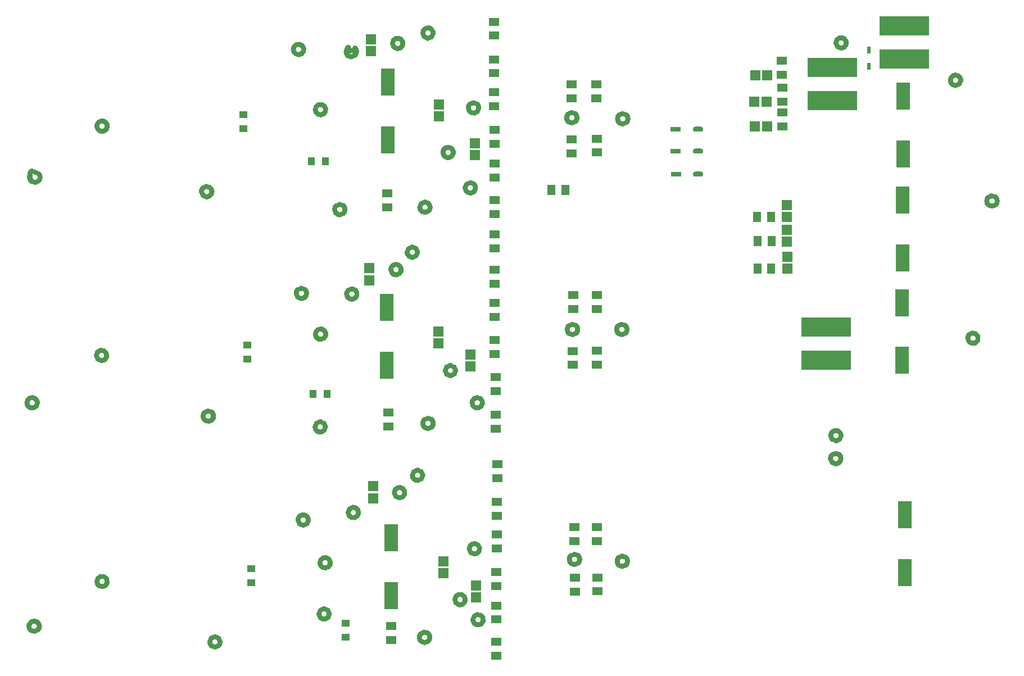
<source format=gbr>
%TF.GenerationSoftware,Altium Limited,Altium Designer,21.6.4 (81)*%
G04 Layer_Color=128*
%FSLAX43Y43*%
%MOMM*%
%TF.SameCoordinates,EC4FC630-8089-4DC4-91AF-8D111CED9019*%
%TF.FilePolarity,Positive*%
%TF.FileFunction,Paste,Bot*%
%TF.Part,Single*%
G01*
G75*
%TA.AperFunction,Conductor*%
%ADD10C,0.762*%
%ADD11C,0.762*%
%TA.AperFunction,SMDPad,CuDef*%
G04:AMPARAMS|DCode=15|XSize=1.607mm|YSize=0.762mm|CornerRadius=0.381mm|HoleSize=0mm|Usage=FLASHONLY|Rotation=0.000|XOffset=0mm|YOffset=0mm|HoleType=Round|Shape=RoundedRectangle|*
%AMROUNDEDRECTD15*
21,1,1.607,0.000,0,0,0.0*
21,1,0.845,0.762,0,0,0.0*
1,1,0.762,0.422,0.000*
1,1,0.762,-0.422,0.000*
1,1,0.762,-0.422,0.000*
1,1,0.762,0.422,0.000*
%
%ADD15ROUNDEDRECTD15*%
%ADD16R,1.607X0.762*%
%ADD17R,1.207X1.508*%
%ADD18R,1.505X1.556*%
%ADD19R,1.508X1.207*%
%ADD20R,1.556X1.505*%
%ADD59R,2.000X4.100*%
%ADD60R,7.500X3.000*%
%ADD61R,0.500X1.000*%
%ADD62R,1.200X1.100*%
%ADD63R,1.100X1.200*%
D10*
X238149Y110542D02*
G03*
X238076Y110211I712J-331D01*
G01*
X238306Y110766D02*
G03*
X238149Y110542I555J-555D01*
G01*
X238076Y110211D02*
G03*
X238306Y110766I786J0D01*
G01*
X179221Y143434D02*
G03*
X179221Y143434I-786J0D01*
G01*
X151691Y86944D02*
G03*
X152476Y86159I786J0D01*
G01*
D02*
G03*
X151691Y86944I0J786D01*
G01*
X157324Y155629D02*
G03*
X157554Y156185I-555J555D01*
G01*
D02*
G03*
X157549Y156273I-786J0D01*
G01*
X156743Y155399D02*
G03*
X156756Y155399I25J785D01*
G01*
X156769Y155399D02*
G03*
X157324Y155629I0J786D01*
G01*
X157549Y156273D02*
G03*
X157294Y156769I-780J-89D01*
G01*
D02*
G03*
X156915Y156956I-525J-584D01*
G01*
X156756Y155399D02*
G03*
X156769Y155399I13J785D01*
G01*
X156667Y155406D02*
G03*
X156743Y155399I102J779D01*
G01*
X155983Y156185D02*
G03*
X156667Y155406I786J0D01*
G01*
X156915Y156956D02*
G03*
X155983Y156185I-146J-772D01*
G01*
X151157Y120548D02*
G03*
X151374Y120007I786J0D01*
G01*
X151994Y119765D02*
G03*
X151157Y120548I-51J784D01*
G01*
X151374Y120007D02*
G03*
X151994Y119765I569J542D01*
G01*
X153621Y123165D02*
G03*
X153656Y122931I786J0D01*
G01*
X154407Y122379D02*
G03*
X155192Y123165I0J786D01*
G01*
D02*
G03*
X154407Y123950I-786J0D01*
G01*
D02*
G03*
X153621Y123165I0J-786D01*
G01*
X153656Y122931D02*
G03*
X154407Y122379I750J233D01*
G01*
X97536Y67606D02*
G03*
X96674Y67025I-102J-779D01*
G01*
D02*
G03*
X96649Y66840I760J-197D01*
G01*
Y66840D02*
G03*
X96649Y66827I785J-13D01*
G01*
X98216Y66907D02*
G03*
X97536Y67606I-781J-80D01*
G01*
X98220Y66827D02*
G03*
X98216Y66907I-786J0D01*
G01*
X96650Y66789D02*
G03*
X98220Y66827I785J38D01*
G01*
X96649D02*
G03*
X96650Y66789I786J0D01*
G01*
X96346Y100533D02*
G03*
X96344Y100482I784J-51D01*
G01*
X97231Y101261D02*
G03*
X96801Y101196I-102J-779D01*
G01*
D02*
G03*
X96346Y100533I329J-713D01*
G01*
X96344Y100482D02*
G03*
X97909Y100584I786J0D01*
G01*
X97861Y100768D02*
G03*
X97231Y101261I-732J-286D01*
G01*
X97909Y100584D02*
G03*
X97861Y100768I-779J-102D01*
G01*
X96820Y134506D02*
G03*
X96824Y134468I1781J167D01*
G01*
X96733Y134483D02*
G03*
X96735Y134468I1161J140D01*
G01*
D02*
G03*
X96741Y134431I1159J155D01*
G01*
X96824Y134468D02*
G03*
X96829Y134431I1777J205D01*
G01*
X96741Y134431D02*
G03*
X96831Y134137I1153J192D01*
G01*
X96829Y134431D02*
G03*
X96831Y134418I1773J241D01*
G01*
X96965Y133934D02*
G03*
X96978Y133921I577J533D01*
G01*
X96965Y133934D02*
G03*
X96978Y133921I577J533D01*
G01*
X96965Y133934D02*
G03*
X96978Y133921I577J533D01*
G01*
X96965Y133934D02*
G03*
X96978Y133921I577J533D01*
G01*
X96973Y133931D02*
G03*
X96978Y133921I1628J742D01*
G01*
X96973Y133931D02*
G03*
X96978Y133921I1628J742D01*
G01*
X96973Y133931D02*
G03*
X96978Y133921I1628J742D01*
G01*
X96973Y133931D02*
G03*
X96978Y133921I1628J742D01*
G01*
D02*
G03*
X96978Y133920I564J547D01*
G01*
X96978Y133921D02*
G03*
X96978Y133920I564J547D01*
G01*
X96978Y133921D02*
G03*
X96978Y133920I564J547D01*
G01*
X96978Y133921D02*
G03*
X96978Y133920I564J547D01*
G01*
X96978Y133921D02*
G03*
X96979Y133918I1623J752D01*
G01*
X96978Y133921D02*
G03*
X96979Y133918I1623J752D01*
G01*
X96978Y133921D02*
G03*
X96979Y133918I1623J752D01*
G01*
X97067Y135450D02*
G03*
X96924Y135253I555J-555D01*
G01*
X97067Y135450D02*
G03*
X96924Y135253I555J-555D01*
G01*
X97067Y135450D02*
G03*
X96909Y135253I827J-827D01*
G01*
X97067Y135450D02*
G03*
X96924Y135253I555J-555D01*
G01*
X97067Y135450D02*
G03*
X96924Y135253I555J-555D01*
G01*
X97067Y135450D02*
G03*
X96909Y135253I827J-827D01*
G01*
X97067Y135450D02*
G03*
X96909Y135253I827J-827D01*
G01*
X97067Y135450D02*
G03*
X96909Y135253I827J-827D01*
G01*
X98097Y135023D02*
G03*
X97542Y135253I-555J-555D01*
G01*
X96978Y133921D02*
G03*
X96979Y133918I1623J752D01*
G01*
X98253Y134801D02*
G03*
X98097Y135023I-711J-334D01*
G01*
X98326Y134509D02*
G03*
X98253Y134801I-784J-41D01*
G01*
X98327Y134468D02*
G03*
X98326Y134509I-786J0D01*
G01*
X98253Y134134D02*
G03*
X98327Y134468I-711J334D01*
G01*
X96731Y134506D02*
G03*
X96733Y134483I1163J117D01*
G01*
X96831Y134927D02*
G03*
X96820Y134506I1771J-254D01*
G01*
X96728Y134545D02*
G03*
X96731Y134506I1166J78D01*
G01*
X96831Y134137D02*
G03*
X96831Y134136I1063J486D01*
G01*
X96831Y134418D02*
G03*
X96895Y134136I1771J254D01*
G01*
X96830D02*
G03*
X96831Y134134I712J331D01*
G01*
X96895Y134136D02*
G03*
X96906Y134100I1707J536D01*
G01*
X96831Y134136D02*
G03*
X96834Y134131I1063J487D01*
G01*
X96831Y134134D02*
G03*
X96833Y134130I711J334D01*
G01*
X96834Y134131D02*
G03*
X96834Y134130I1060J492D01*
G01*
X96909Y135253D02*
G03*
X96831Y135109I985J-630D01*
G01*
D02*
G03*
X96829Y135104I1063J-486D01*
G01*
X96857Y135068D02*
G03*
X96831Y134927I1745J-396D01*
G01*
X96833Y134130D02*
G03*
X96834Y134128I709J338D01*
G01*
X96829Y135104D02*
G03*
X96728Y134545I1065J-481D01*
G01*
X97029Y133873D02*
G03*
X97037Y133866I513J595D01*
G01*
D02*
G03*
X98119Y133934I505J602D01*
G01*
X96981Y133918D02*
G03*
X96986Y133912I561J550D01*
G01*
X96924Y135253D02*
G03*
X96857Y135068I699J-359D01*
G01*
X98119Y133934D02*
G03*
X98253Y134134I-577J533D01*
G01*
X96978Y133920D02*
G03*
X96981Y133918I564J547D01*
G01*
X96906Y134100D02*
G03*
X96944Y133999I1695J572D01*
G01*
D02*
G03*
X96957Y133967I1658J673D01*
G01*
X96834Y134128D02*
G03*
X96882Y134041I708J340D01*
G01*
X96986Y133912D02*
G03*
X97029Y133873I555J555D01*
G01*
X96957Y133967D02*
G03*
X96973Y133931I1644J705D01*
G01*
X96882Y134041D02*
G03*
X96965Y133934I659J427D01*
G01*
X106885Y142164D02*
G03*
X106885Y142138I786J0D01*
G01*
D02*
G03*
X108226Y142719I785J25D01*
G01*
D02*
G03*
X106925Y142412I-555J-555D01*
G01*
D02*
G03*
X106885Y142164I745J-248D01*
G01*
X106809Y107620D02*
G03*
X107039Y107064I786J0D01*
G01*
D02*
G03*
X106809Y107620I555J555D01*
G01*
X122887Y98476D02*
G03*
X124458Y98501I786J0D01*
G01*
D02*
G03*
X122887Y98476I-785J-25D01*
G01*
X106885Y73558D02*
G03*
X107228Y72910I786J0D01*
G01*
D02*
G03*
X106885Y73558I443J649D01*
G01*
X123878Y64465D02*
G03*
X125447Y64414I786J0D01*
G01*
D02*
G03*
X125449Y64458I-784J51D01*
G01*
D02*
G03*
X123878Y64465I-785J7D01*
G01*
X140337Y68656D02*
G03*
X140337Y68642I786J0D01*
G01*
D02*
G03*
X140337Y68629I785J15D01*
G01*
X140567Y69212D02*
G03*
X140338Y68698I555J-555D01*
G01*
D02*
G03*
X140337Y68656I784J-41D01*
G01*
X141122Y67871D02*
G03*
X141124Y67871I0J786D01*
G01*
D02*
G03*
X141148Y67871I-2J786D01*
G01*
X141215Y67876D02*
G03*
X141908Y68656I-92J780D01*
G01*
X141148Y67871D02*
G03*
X141215Y67876I-25J785D01*
G01*
X141908Y68656D02*
G03*
X141908Y68663I-786J0D01*
G01*
D02*
G03*
X141148Y69441I-785J-7D01*
G01*
X140567Y68101D02*
G03*
X140998Y67881I555J555D01*
G01*
X140337Y68629D02*
G03*
X140567Y68101I785J27D01*
G01*
X141072Y69440D02*
G03*
X140567Y69212I51J-784D01*
G01*
X140998Y67881D02*
G03*
X141122Y67871I125J776D01*
G01*
X141148Y69441D02*
G03*
X141072Y69440I-25J-785D01*
G01*
X140489Y76378D02*
G03*
X141300Y75593I786J0D01*
G01*
D02*
G03*
X140489Y76378I-25J785D01*
G01*
X137187Y82804D02*
G03*
X137973Y82018I786J0D01*
G01*
D02*
G03*
X138757Y82758I0J786D01*
G01*
D02*
G03*
X137187Y82804I-784J46D01*
G01*
X144731Y83947D02*
G03*
X144731Y83942I786J0D01*
G01*
D02*
G03*
X145491Y84732I786J5D01*
G01*
D02*
G03*
X144731Y83947I25J-785D01*
G01*
X141324Y96860D02*
G03*
X140538Y97636I-785J-10D01*
G01*
X139753Y96866D02*
G03*
X139753Y96850I785J-16D01*
G01*
X140538Y97636D02*
G03*
X139753Y96866I0J-786D01*
G01*
X141324Y96850D02*
G03*
X141324Y96860I-786J0D01*
G01*
X139753Y96850D02*
G03*
X140665Y96075I786J0D01*
G01*
X141099Y96300D02*
G03*
X141324Y96850I-561J550D01*
G01*
X140665Y96075D02*
G03*
X141099Y96300I-127J775D01*
G01*
X140614Y110035D02*
G03*
X139803Y110820I-25J785D01*
G01*
D02*
G03*
X140614Y110035I786J0D01*
G01*
X136908Y116967D02*
G03*
X137693Y116181I786J0D01*
G01*
X138479Y116967D02*
G03*
X136908Y116967I-786J0D01*
G01*
X137693Y116181D02*
G03*
X138396Y116616I0J786D01*
G01*
D02*
G03*
X138479Y116967I-703J351D01*
G01*
X144503Y116856D02*
G03*
X145440Y117636I785J9D01*
G01*
D02*
G03*
X145288Y117651I-152J-771D01*
G01*
X144530Y117073D02*
G03*
X144503Y116891I758J-208D01*
G01*
X144757Y117445D02*
G03*
X144530Y117073I531J-579D01*
G01*
X145288Y117651D02*
G03*
X144757Y117445I0J-786D01*
G01*
X144502Y116865D02*
G03*
X144503Y116856I786J0D01*
G01*
X144503Y116891D02*
G03*
X144502Y116865I785J-25D01*
G01*
X144270Y129591D02*
G03*
X142699Y129591I-786J0D01*
G01*
D02*
G03*
X143184Y128865I786J0D01*
G01*
D02*
G03*
X143485Y128805I301J726D01*
G01*
D02*
G03*
X143990Y128990I0J786D01*
G01*
D02*
G03*
X144270Y129591I-506J601D01*
G01*
X140564Y143867D02*
G03*
X139778Y144653I0J786D01*
G01*
X139885Y144258D02*
G03*
X140564Y143867I679J395D01*
G01*
X139778Y144653D02*
G03*
X139885Y144258I786J0D01*
G01*
X151411Y154635D02*
G03*
X152095Y153856I786J0D01*
G01*
D02*
G03*
X152197Y153850I102J779D01*
G01*
D02*
G03*
X151411Y154635I0J786D01*
G01*
X159791Y138987D02*
G03*
X159104Y138582I0J-786D01*
G01*
Y138582D02*
G03*
X159006Y138201I687J-380D01*
G01*
D02*
G03*
X160406Y138691I786J0D01*
G01*
D02*
G03*
X159791Y138987I-615J-489D01*
G01*
X156294Y130732D02*
G03*
X155526Y129946I18J-785D01*
G01*
X157093Y130029D02*
G03*
X156294Y130732I-781J-83D01*
G01*
X155540Y129801D02*
G03*
X157093Y130029I772J146D01*
G01*
X155526Y129946D02*
G03*
X155540Y129801I786J0D01*
G01*
X160147Y106119D02*
G03*
X159361Y105334I0J-786D01*
G01*
X160147Y104548D02*
G03*
X160933Y105339I0J786D01*
G01*
D02*
G03*
X160147Y106119I-786J-5D01*
G01*
X159361Y105334D02*
G03*
X160147Y104548I786J0D01*
G01*
X155983Y97384D02*
G03*
X157554Y97384I786J0D01*
G01*
D02*
G03*
X155983Y97384I-786J0D01*
G01*
X155207Y88775D02*
G03*
X155980Y89560I-13J785D01*
G01*
D02*
G03*
X155194Y90346I-786J0D01*
G01*
D02*
G03*
X154408Y89560I0J-786D01*
G01*
D02*
G03*
X155207Y88775I786J0D01*
G01*
X155475Y65151D02*
G03*
X157040Y65049I786J0D01*
G01*
D02*
G03*
X157033Y65297I-779J102D01*
G01*
D02*
G03*
X155475Y65151I-772J-146D01*
G01*
X160809Y70841D02*
G03*
X161392Y70082I786J0D01*
G01*
X161595Y70055D02*
G03*
X162380Y70875I0J786D01*
G01*
X161392Y70082D02*
G03*
X161493Y70062I203J759D01*
G01*
X162244Y71283D02*
G03*
X160809Y70841I-649J-443D01*
G01*
X162380Y70875D02*
G03*
X162244Y71283I-785J-35D01*
G01*
X161493Y70062D02*
G03*
X161595Y70055I102J779D01*
G01*
X163527Y67793D02*
G03*
X163531Y67716I786J0D01*
G01*
D02*
G03*
X163757Y68348I782J76D01*
G01*
D02*
G03*
X163527Y67793I555J-555D01*
G01*
X163754Y77700D02*
G03*
X162968Y78486I0J786D01*
G01*
D02*
G03*
X163754Y77700I786J0D01*
G01*
X163400Y100482D02*
G03*
X164186Y101268I786J0D01*
G01*
X163476Y100820D02*
G03*
X163400Y100482I709J-337D01*
G01*
X164186Y101268D02*
G03*
X163476Y100820I0J-786D01*
G01*
X162359Y132867D02*
G03*
X163144Y133653I786J0D01*
G01*
D02*
G03*
X162372Y133009I0J-786D01*
G01*
D02*
G03*
X162359Y132885I773J-142D01*
G01*
Y132885D02*
G03*
X162359Y132867I785J-17D01*
G01*
X164412Y144907D02*
G03*
X162841Y144907I-786J0D01*
G01*
D02*
G03*
X164182Y144352I786J0D01*
G01*
D02*
G03*
X164412Y144907I-555J555D01*
G01*
X186891Y143281D02*
G03*
X186891Y143281I-786J0D01*
G01*
X237031Y149098D02*
G03*
X236932Y149454I-785J-25D01*
G01*
X237031Y149073D02*
G03*
X237031Y149098I-786J0D01*
G01*
X236932Y149454D02*
G03*
X236245Y148287I-687J-381D01*
G01*
D02*
G03*
X237031Y149073I0J786D01*
G01*
X218213Y154711D02*
G03*
X218214Y154686I786J0D01*
G01*
D02*
G03*
X218999Y153926I785J25D01*
G01*
D02*
G03*
X218213Y154711I0J786D01*
G01*
X242517Y130886D02*
G03*
X242517Y130886I-786J0D01*
G01*
X217401Y92088D02*
G03*
X217400Y92075I785J-13D01*
G01*
X218161Y91290D02*
G03*
X218972Y92075I25J785D01*
G01*
D02*
G03*
X218971Y92084I-786J0D01*
G01*
D02*
G03*
X217401Y92088I-785J-9D01*
G01*
X217400Y92075D02*
G03*
X217401Y92037I786J0D01*
G01*
D02*
G03*
X218161Y91290I785J38D01*
G01*
X217656Y94974D02*
G03*
X218224Y94744I555J555D01*
G01*
X217656Y94974D02*
G03*
X218224Y94744I555J555D01*
G01*
X218402Y96291D02*
G03*
X218224Y96315I-191J-762D01*
G01*
D02*
G03*
X218211Y96315I-13J-785D01*
G01*
X218997Y95529D02*
G03*
X218592Y96216I-786J0D01*
G01*
D02*
G03*
X218402Y96291I-381J-687D01*
G01*
X217880Y96242D02*
G03*
X217433Y95632I331J-712D01*
G01*
X218211Y96315D02*
G03*
X217880Y96242I0J-786D01*
G01*
X218224Y94744D02*
G03*
X218997Y95529I-13J785D01*
G01*
X218224Y94744D02*
G03*
X218997Y95529I-13J785D01*
G01*
X217426Y95517D02*
G03*
X217656Y94974I785J13D01*
G01*
X217433Y95632D02*
G03*
X217426Y95517I779J-103D01*
G01*
X179627Y76886D02*
G03*
X179627Y76886I-786J0D01*
G01*
X179322Y111531D02*
G03*
X179322Y111531I-786J0D01*
G01*
X186750D02*
G03*
X186750Y111531I-786J0D01*
G01*
X186821Y76601D02*
G03*
X186821Y76601I-786J0D01*
G01*
X145661Y153425D02*
G03*
X145379Y153569I-364J-364D01*
G01*
X145130Y153548D02*
G03*
X145015Y153492I167J-487D01*
G01*
X145179Y153562D02*
G03*
X145130Y153548I118J-502D01*
G01*
X145942Y153654D02*
G03*
X145889Y153771I-740J-263D01*
G01*
X145942Y153654D02*
G03*
X145889Y153771I-740J-263D01*
G01*
X145942Y153654D02*
G03*
X145889Y153771I-740J-263D01*
G01*
X145942Y153654D02*
G03*
X145889Y153771I-740J-263D01*
G01*
X145889Y153771D02*
G03*
X145758Y153946I-687J-381D01*
G01*
X145889Y153771D02*
G03*
X145758Y153946I-687J-381D01*
G01*
X144773Y154048D02*
G03*
X144758Y154038I429J-658D01*
G01*
X144758Y154038D02*
G03*
X144740Y154025I444J-648D01*
G01*
D02*
G03*
X144720Y154010I462J-635D01*
G01*
D02*
G03*
X144647Y153946I483J-620D01*
G01*
X145179Y153562D02*
G03*
X145130Y153548I118J-502D01*
G01*
X145130D02*
G03*
X145015Y153492I167J-487D01*
G01*
X145987Y153424D02*
G03*
X145942Y153654I-785J-33D01*
G01*
X145987Y153424D02*
G03*
X145942Y153654I-785J-33D01*
G01*
X145661Y153425D02*
G03*
X145379Y153569I-364J-364D01*
G01*
X145988Y153390D02*
G03*
X145987Y153424I-786J-0D01*
G01*
X145988Y153390D02*
G03*
X145987Y153424I-786J-0D01*
G01*
X144647Y153946D02*
G03*
X144603Y153898I555J-555D01*
G01*
X144647Y152835D02*
G03*
X144692Y152793I555J556D01*
G01*
X144515Y153009D02*
G03*
X144647Y152835I687J381D01*
G01*
X145889Y153009D02*
G03*
X145987Y153356I-687J381D01*
G01*
X145987Y153356D02*
G03*
X145988Y153390I-785J35D01*
G01*
X145987Y153356D02*
G03*
X145988Y153390I-785J35D01*
G01*
X144417D02*
G03*
X144515Y153009I786J0D01*
G01*
X144603Y153898D02*
G03*
X144417Y153398I599J-508D01*
G01*
D02*
G03*
X144417Y153390I785J-8D01*
G01*
X145758Y152835D02*
G03*
X145889Y153009I-555J555D01*
G01*
X145202Y152605D02*
G03*
X145758Y152835I-0J786D01*
G01*
X145379Y153569D02*
G03*
X145210Y153569I-82J-509D01*
G01*
X145379Y153569D02*
G03*
X145210Y153569I-82J-509D01*
G01*
X145210Y153569D02*
G03*
X145202Y153567I86J-508D01*
G01*
X145210Y153569D02*
G03*
X145202Y153567I86J-508D01*
G01*
X144692Y152793D02*
G03*
X145202Y152605I510J598D01*
G01*
Y153567D02*
G03*
X145179Y153562I94J-506D01*
G01*
X145202Y153567D02*
G03*
X145179Y153562I94J-506D01*
G01*
X122870Y132851D02*
G03*
X122863Y132844I555J-555D01*
G01*
X122667Y132499D02*
G03*
X122661Y132474I759J-203D01*
G01*
X122674Y132525D02*
G03*
X122667Y132499I752J-229D01*
G01*
X123401Y133081D02*
G03*
X122870Y132851I25J-785D01*
G01*
X122640Y132296D02*
G03*
X123426Y131510I786J0D01*
G01*
D02*
G03*
X124150Y131991I0J786D01*
G01*
X124205Y132194D02*
G03*
X124206Y132202I-779J102D01*
G01*
X122768Y132725D02*
G03*
X122739Y132677I658J-429D01*
G01*
D02*
G03*
X122674Y132525I687J-381D01*
G01*
X122647Y132398D02*
G03*
X122640Y132296I779J-102D01*
G01*
X124209Y132356D02*
G03*
X124150Y132601I-783J-60D01*
G01*
X124150Y132601D02*
G03*
X124113Y132677I-724J-305D01*
G01*
D02*
G03*
X123902Y132921I-687J-381D01*
G01*
X124150Y131991D02*
G03*
X124160Y132016I-724J305D01*
G01*
X123902Y132921D02*
G03*
X123426Y133081I-476J-625D01*
G01*
D02*
G03*
X123401Y133081I0J-786D01*
G01*
X124197Y132143D02*
G03*
X124201Y132169I-771J152D01*
G01*
D02*
G03*
X124205Y132194I-775J127D01*
G01*
X124160Y132016D02*
G03*
X124197Y132143I-734J279D01*
G01*
X122649Y132414D02*
G03*
X122647Y132398I777J-118D01*
G01*
X122863Y132844D02*
G03*
X122768Y132725I563J-548D01*
G01*
X122661Y132474D02*
G03*
X122649Y132414I765J-178D01*
G01*
X124206Y132202D02*
G03*
X124211Y132296I-780J94D01*
G01*
D02*
G03*
X124211Y132309I-786J0D01*
G01*
D02*
G03*
X124209Y132356I-785J-13D01*
G01*
X137257Y152935D02*
G03*
X136476Y153721I5J786D01*
G01*
D02*
G03*
X136550Y153389I786J0D01*
G01*
D02*
G03*
X137257Y152935I712J332D01*
G01*
D11*
X96981Y133918D02*
D03*
X96978Y133920D02*
D03*
X145889Y153771D02*
D03*
D03*
X144647Y152835D02*
D03*
X144993Y153619D02*
D03*
X124150Y132601D02*
D03*
D15*
X197460Y134925D02*
D03*
X197409Y138379D02*
D03*
Y141681D02*
D03*
D16*
X194109Y134925D02*
D03*
X194058Y138379D02*
D03*
Y141681D02*
D03*
D17*
X177479Y132537D02*
D03*
X175378D02*
D03*
X208518Y124841D02*
D03*
X206416D02*
D03*
X206366Y128499D02*
D03*
X208467D02*
D03*
X206391Y120726D02*
D03*
X208493D02*
D03*
D18*
X206033Y142138D02*
D03*
X207835D02*
D03*
X206084Y149860D02*
D03*
X207885D02*
D03*
X205945Y145821D02*
D03*
X207747D02*
D03*
D19*
X150774Y96901D02*
D03*
Y99003D02*
D03*
X167132Y78527D02*
D03*
Y80629D02*
D03*
X167030Y74965D02*
D03*
Y72863D02*
D03*
Y69936D02*
D03*
Y67834D02*
D03*
Y62348D02*
D03*
Y64449D02*
D03*
X166954Y96561D02*
D03*
Y98663D02*
D03*
X166980Y104353D02*
D03*
Y102251D02*
D03*
X166802Y118447D02*
D03*
Y120548D02*
D03*
Y123765D02*
D03*
Y125866D02*
D03*
X210160Y142104D02*
D03*
Y144205D02*
D03*
X178613Y116738D02*
D03*
Y114637D02*
D03*
X182194D02*
D03*
Y116738D02*
D03*
X178537Y106188D02*
D03*
Y108290D02*
D03*
X178867Y72025D02*
D03*
Y74127D02*
D03*
X178816Y81721D02*
D03*
Y79620D02*
D03*
X182245Y108299D02*
D03*
Y106197D02*
D03*
X210058Y152054D02*
D03*
Y149952D02*
D03*
X210109Y145863D02*
D03*
Y147964D02*
D03*
X166802Y131013D02*
D03*
Y134458D02*
D03*
X166751Y145202D02*
D03*
Y147304D02*
D03*
X182270Y72076D02*
D03*
Y74177D02*
D03*
X182245Y81747D02*
D03*
Y79645D02*
D03*
X151257Y66862D02*
D03*
Y64761D02*
D03*
X167132Y85566D02*
D03*
Y83464D02*
D03*
X167183Y91256D02*
D03*
Y89154D02*
D03*
X166827Y115519D02*
D03*
Y113418D02*
D03*
X166802Y107829D02*
D03*
Y109931D02*
D03*
X166751Y155810D02*
D03*
Y157912D02*
D03*
X166726Y150130D02*
D03*
Y152232D02*
D03*
X166802Y136560D02*
D03*
Y128911D02*
D03*
X178359Y138040D02*
D03*
Y140141D02*
D03*
X182169Y138192D02*
D03*
Y140294D02*
D03*
X178359Y146387D02*
D03*
Y148488D02*
D03*
X182093Y148447D02*
D03*
Y146345D02*
D03*
X166776Y139538D02*
D03*
Y141640D02*
D03*
X150597Y132013D02*
D03*
Y129912D02*
D03*
D20*
X148539Y86106D02*
D03*
Y87908D02*
D03*
X159131Y76593D02*
D03*
Y74791D02*
D03*
X147930Y118948D02*
D03*
Y120750D02*
D03*
X158369Y111250D02*
D03*
Y109449D02*
D03*
X158445Y145427D02*
D03*
Y143625D02*
D03*
X148158Y155282D02*
D03*
X163805Y137822D02*
D03*
X163119Y105982D02*
D03*
X164008Y72935D02*
D03*
Y71134D02*
D03*
X163119Y107784D02*
D03*
X163805Y139624D02*
D03*
X210795Y124753D02*
D03*
Y126555D02*
D03*
Y128487D02*
D03*
Y130288D02*
D03*
X210896Y120689D02*
D03*
Y122491D02*
D03*
X148158Y153480D02*
D03*
D59*
X151206Y71425D02*
D03*
Y80125D02*
D03*
X150673Y148800D02*
D03*
Y140100D02*
D03*
X150571Y114821D02*
D03*
Y106121D02*
D03*
X228575Y74879D02*
D03*
Y83579D02*
D03*
X228219Y106870D02*
D03*
Y115570D02*
D03*
X228295Y122320D02*
D03*
Y131020D02*
D03*
X228346Y137966D02*
D03*
Y146666D02*
D03*
D60*
X216738Y106872D02*
D03*
Y111872D02*
D03*
X217653Y151003D02*
D03*
Y146003D02*
D03*
X228549Y157262D02*
D03*
Y152262D02*
D03*
D61*
X223164Y151200D02*
D03*
Y153600D02*
D03*
D62*
X128981Y143874D02*
D03*
Y141774D02*
D03*
X144323Y65142D02*
D03*
Y67242D02*
D03*
X130150Y75497D02*
D03*
Y73397D02*
D03*
X129565Y109152D02*
D03*
Y107052D02*
D03*
D63*
X139429Y101803D02*
D03*
X141529D02*
D03*
X139209Y136906D02*
D03*
X141309D02*
D03*
%TF.MD5,77542a78b547afaf6f89f78da29270b0*%
M02*

</source>
